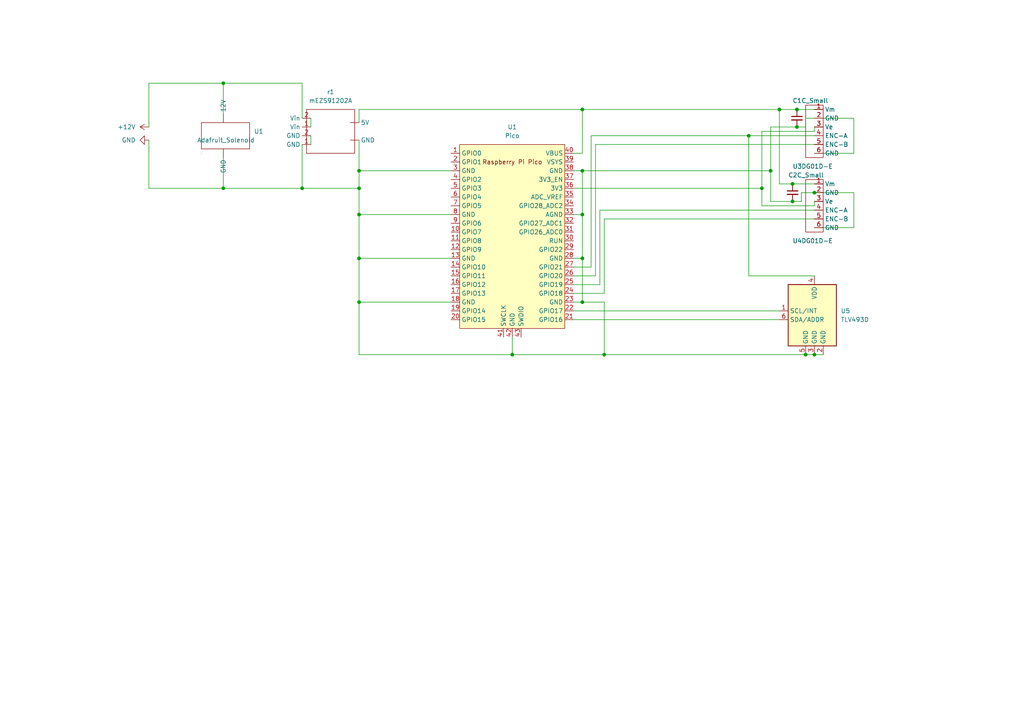
<source format=kicad_sch>
(kicad_sch (version 20211123) (generator eeschema)
  (paper "A4")
  (lib_symbols
    (symbol "Custom Parts:Adafruit_Solenoid"
      (property "Reference" "U" (at 0 0 0))
      (property "Value" "Adafruit_Solenoid" (at 0 0 0))
      (symbol "Adafruit_Solenoid_0_1"
        (rectangle (start -6.35 10.16) (end -6.35 10.16))
        (rectangle (start -6.35 19.05) (end 7.62 11.43))
      )
      (symbol "Adafruit_Solenoid_1_1"
        (pin output line (at 0 19.05 90) (length 2.54) (name "12V") (number ""))
        (pin output line (at 0 11.43 270) (length 2.54) (name "GND") (number ""))
      )
    )
    (symbol "Custom Parts:DG01D-E"
      (property "Reference" "U" (at 0 0 0))
      (property "Value" "DG01D-E" (at 0 0 0))
      (symbol "DG01D-E_0_1"
        (rectangle (start -2.54 17.78) (end 2.54 2.54))
      )
      (symbol "DG01D-E_1_1"
        (pin input line (at 0 16.51 0) (length 2.54) (name "Vm") (number "1"))
        (pin input line (at 0 13.97 0) (length 2.54) (name "GND") (number "2"))
        (pin input line (at 0 11.43 0) (length 2.54) (name "Ve") (number "3"))
        (pin input line (at 0 8.89 0) (length 2.54) (name "ENC-A") (number "4"))
        (pin input line (at 0 6.35 0) (length 2.54) (name "ENC-B") (number "5"))
        (pin input line (at 0 3.81 0) (length 2.54) (name "GND") (number "6"))
      )
    )
    (symbol "Custom Parts:mEZS91202A"
      (property "Reference" "r" (at 0 0 0))
      (property "Value" "mEZS91202A" (at 0 0 0))
      (symbol "mEZS91202A_0_1"
        (rectangle (start -6.35 15.24) (end 7.62 2.54))
      )
      (symbol "mEZS91202A_1_1"
        (pin output line (at 6.35 11.43 0) (length 2.54) (name "5V") (number ""))
        (pin output line (at 6.35 6.35 0) (length 2.54) (name "GND") (number ""))
        (pin input line (at -5.08 5.08 180) (length 2.54) (name "GND") (number "1"))
        (pin input line (at -5.08 10.16 180) (length 2.54) (name "Vin") (number "1"))
        (pin input line (at -5.08 7.62 180) (length 2.54) (name "GND") (number "2"))
        (pin input line (at -5.08 12.7 180) (length 2.54) (name "Vin") (number "2"))
      )
    )
    (symbol "Device:C_Small" (pin_numbers hide) (pin_names (offset 0.254) hide)
      (property "Reference" "C" (at 0.254 1.778 0))
      (property "Value" "C_Small" (at 0.254 -2.032 0))
      (symbol "C_Small_0_1"
        (polyline (pts (xy -1.524 -0.508) (xy 1.524 -0.508)) (stroke (width 0.3302)))
        (polyline (pts (xy -1.524 0.508) (xy 1.524 0.508)) (stroke (width 0.3048)))
      )
      (symbol "C_Small_1_1"
        (pin passive line (at 0 2.54 270) (length 2.032) (name "~") (number "1"))
        (pin passive line (at 0 -2.54 90) (length 2.032) (name "~") (number "2"))
      )
    )
    (symbol "MCU_RaspberryPi_and_Boards:Pico"
      (property "Reference" "U" (at -13.97 27.94 0))
      (property "Value" "Pico" (at 0 19.05 0))
      (symbol "Pico_0_0"
        (text "Raspberry Pi Pico" (at 0 21.59 0) (effects (font (size 1.27 1.27))))
      )
      (symbol "Pico_0_1"
        (rectangle (start -15.24 26.67) (end 15.24 -26.67) (fill (type background)))
      )
      (symbol "Pico_1_1"
        (pin bidirectional line (at -17.78 24.13 0) (length 2.54) (name "GPIO0") (number "1"))
        (pin bidirectional line (at -17.78 1.27 0) (length 2.54) (name "GPIO7") (number "10"))
        (pin bidirectional line (at -17.78 -1.27 0) (length 2.54) (name "GPIO8") (number "11"))
        (pin bidirectional line (at -17.78 -3.81 0) (length 2.54) (name "GPIO9") (number "12"))
        (pin power_in line (at -17.78 -6.35 0) (length 2.54) (name "GND") (number "13"))
        (pin bidirectional line (at -17.78 -8.89 0) (length 2.54) (name "GPIO10") (number "14"))
        (pin bidirectional line (at -17.78 -11.43 0) (length 2.54) (name "GPIO11") (number "15"))
        (pin bidirectional line (at -17.78 -13.97 0) (length 2.54) (name "GPIO12") (number "16"))
        (pin bidirectional line (at -17.78 -16.51 0) (length 2.54) (name "GPIO13") (number "17"))
        (pin power_in line (at -17.78 -19.05 0) (length 2.54) (name "GND") (number "18"))
        (pin bidirectional line (at -17.78 -21.59 0) (length 2.54) (name "GPIO14") (number "19"))
        (pin bidirectional line (at -17.78 21.59 0) (length 2.54) (name "GPIO1") (number "2"))
        (pin bidirectional line (at -17.78 -24.13 0) (length 2.54) (name "GPIO15") (number "20"))
        (pin bidirectional line (at 17.78 -24.13 180) (length 2.54) (name "GPIO16") (number "21"))
        (pin bidirectional line (at 17.78 -21.59 180) (length 2.54) (name "GPIO17") (number "22"))
        (pin power_in line (at 17.78 -19.05 180) (length 2.54) (name "GND") (number "23"))
        (pin bidirectional line (at 17.78 -16.51 180) (length 2.54) (name "GPIO18") (number "24"))
        (pin bidirectional line (at 17.78 -13.97 180) (length 2.54) (name "GPIO19") (number "25"))
        (pin bidirectional line (at 17.78 -11.43 180) (length 2.54) (name "GPIO20") (number "26"))
        (pin bidirectional line (at 17.78 -8.89 180) (length 2.54) (name "GPIO21") (number "27"))
        (pin power_in line (at 17.78 -6.35 180) (length 2.54) (name "GND") (number "28"))
        (pin bidirectional line (at 17.78 -3.81 180) (length 2.54) (name "GPIO22") (number "29"))
        (pin power_in line (at -17.78 19.05 0) (length 2.54) (name "GND") (number "3"))
        (pin input line (at 17.78 -1.27 180) (length 2.54) (name "RUN") (number "30"))
        (pin bidirectional line (at 17.78 1.27 180) (length 2.54) (name "GPIO26_ADC0") (number "31"))
        (pin bidirectional line (at 17.78 3.81 180) (length 2.54) (name "GPIO27_ADC1") (number "32"))
        (pin power_in line (at 17.78 6.35 180) (length 2.54) (name "AGND") (number "33"))
        (pin bidirectional line (at 17.78 8.89 180) (length 2.54) (name "GPIO28_ADC2") (number "34"))
        (pin power_in line (at 17.78 11.43 180) (length 2.54) (name "ADC_VREF") (number "35"))
        (pin power_in line (at 17.78 13.97 180) (length 2.54) (name "3V3") (number "36"))
        (pin input line (at 17.78 16.51 180) (length 2.54) (name "3V3_EN") (number "37"))
        (pin bidirectional line (at 17.78 19.05 180) (length 2.54) (name "GND") (number "38"))
        (pin power_in line (at 17.78 21.59 180) (length 2.54) (name "VSYS") (number "39"))
        (pin bidirectional line (at -17.78 16.51 0) (length 2.54) (name "GPIO2") (number "4"))
        (pin power_in line (at 17.78 24.13 180) (length 2.54) (name "VBUS") (number "40"))
        (pin input line (at -2.54 -29.21 90) (length 2.54) (name "SWCLK") (number "41"))
        (pin power_in line (at 0 -29.21 90) (length 2.54) (name "GND") (number "42"))
        (pin bidirectional line (at 2.54 -29.21 90) (length 2.54) (name "SWDIO") (number "43"))
        (pin bidirectional line (at -17.78 13.97 0) (length 2.54) (name "GPIO3") (number "5"))
        (pin bidirectional line (at -17.78 11.43 0) (length 2.54) (name "GPIO4") (number "6"))
        (pin bidirectional line (at -17.78 8.89 0) (length 2.54) (name "GPIO5") (number "7"))
        (pin power_in line (at -17.78 6.35 0) (length 2.54) (name "GND") (number "8"))
        (pin bidirectional line (at -17.78 3.81 0) (length 2.54) (name "GPIO6") (number "9"))
      )
    )
    (symbol "Sensor_Magnetic:TLV493D"
      (property "Reference" "U" (at -6.35 11.43 0))
      (property "Value" "TLV493D" (at 5.08 11.43 0))
      (symbol "TLV493D_0_1"
        (rectangle (start -7.62 10.16) (end 6.35 -7.62) (stroke (width 0.254)) (fill (type background)))
      )
      (symbol "TLV493D_1_1"
        (pin bidirectional line (at -10.16 2.54 0) (length 2.54) (name "SCL/INT") (number "1"))
        (pin power_in line (at 2.54 -10.16 90) (length 2.54) (name "GND") (number "2"))
        (pin power_in line (at 0 -10.16 90) (length 2.54) (name "GND") (number "3"))
        (pin power_in line (at 0 12.7 270) (length 2.54) (name "VDD") (number "4"))
        (pin power_in line (at -2.54 -10.16 90) (length 2.54) (name "GND") (number "5"))
        (pin bidirectional line (at -10.16 0 0) (length 2.54) (name "SDA/ADDR") (number "6"))
      )
    )
    (symbol "power:+12V" (power) (pin_names (offset 0))
      (property "Value" "+12V" (at 0 3.556 0))
      (symbol "+12V_0_1"
        (polyline (pts (xy -0.762 1.27) (xy 0 2.54)))
        (polyline (pts (xy 0 0) (xy 0 2.54)))
        (polyline (pts (xy 0 2.54) (xy 0.762 1.27)))
      )
      (symbol "+12V_1_1"
        (pin power_in line (at 0 0 90) (length 0) hide (name "+12V") (number "1"))
      )
    )
    (symbol "power:GND" (power) (pin_names (offset 0))
      (property "Value" "GND" (at 0 -3.81 0))
      (symbol "GND_0_1"
        (polyline (pts (xy 0 0) (xy 0 -1.27) (xy 1.27 -1.27) (xy 0 -2.54) (xy -1.27 -1.27) (xy 0 -1.27)))
      )
      (symbol "GND_1_1"
        (pin power_in line (at 0 0 270) (length 0) hide (name "GND") (number "1"))
      )
    )
  )
  (junction (at 233.68 102.87))
  (junction (at 168.91 87.63))
  (junction (at 64.77 24.13))
  (junction (at 223.52 49.53))
  (junction (at 104.14 62.23))
  (junction (at 104.14 74.93))
  (junction (at 148.59 102.87))
  (junction (at 231.14 36.83))
  (junction (at 231.14 31.75))
  (junction (at 64.77 54.61))
  (junction (at 236.22 102.87))
  (junction (at 168.91 62.23))
  (junction (at 217.17 39.37))
  (junction (at 168.91 74.93))
  (junction (at 168.91 49.53))
  (junction (at 104.14 49.53))
  (junction (at 168.91 31.75))
  (junction (at 104.14 87.63))
  (junction (at 229.87 58.42))
  (junction (at 236.22 55.88))
  (junction (at 229.87 53.34))
  (junction (at 87.63 54.61))
  (junction (at 104.14 54.61))
  (junction (at 175.26 102.87))
  (junction (at 220.98 54.61))
  (junction (at 226.06 31.75))
  (wire (pts (xy 173.99 82.55) (xy 166.37 82.55)))
  (wire (pts (xy 168.91 31.75) (xy 168.91 44.45)))
  (wire (pts (xy 220.98 59.69) (xy 236.22 59.69)))
  (wire (pts (xy 233.68 34.29) (xy 236.22 34.29)))
  (wire (pts (xy 232.41 55.88) (xy 236.22 55.88)))
  (wire (pts (xy 247.65 44.45) (xy 236.22 44.45)))
  (wire (pts (xy 223.52 58.42) (xy 229.87 58.42)))
  (wire (pts (xy 104.14 40.64) (xy 104.14 49.53)))
  (wire (pts (xy 236.22 60.96) (xy 173.99 60.96)))
  (wire (pts (xy 236.22 80.01) (xy 217.17 80.01)))
  (wire (pts (xy 104.14 74.93) (xy 104.14 62.23)))
  (wire (pts (xy 148.59 102.87) (xy 104.14 102.87)))
  (wire (pts (xy 236.22 41.91) (xy 172.72 41.91)))
  (wire (pts (xy 168.91 44.45) (xy 166.37 44.45)))
  (wire (pts (xy 226.06 31.75) (xy 226.06 53.34)))
  (wire (pts (xy 64.77 43.18) (xy 64.77 54.61)))
  (wire (pts (xy 229.87 53.34) (xy 236.22 53.34)))
  (wire (pts (xy 236.22 59.69) (xy 236.22 58.42)))
  (wire (pts (xy 236.22 38.1) (xy 236.22 36.83)))
  (wire (pts (xy 247.65 55.88) (xy 247.65 66.04)))
  (wire (pts (xy 166.37 87.63) (xy 168.91 87.63)))
  (wire (pts (xy 64.77 54.61) (xy 43.18 54.61)))
  (wire (pts (xy 130.81 62.23) (xy 104.14 62.23)))
  (wire (pts (xy 104.14 49.53) (xy 130.81 49.53)))
  (wire (pts (xy 168.91 49.53) (xy 223.52 49.53)))
  (wire (pts (xy 104.14 35.56) (xy 104.14 31.75)))
  (wire (pts (xy 171.45 39.37) (xy 171.45 77.47)))
  (wire (pts (xy 229.87 58.42) (xy 232.41 58.42)))
  (wire (pts (xy 104.14 62.23) (xy 104.14 54.61)))
  (wire (pts (xy 148.59 97.79) (xy 148.59 102.87)))
  (wire (pts (xy 166.37 74.93) (xy 168.91 74.93)))
  (wire (pts (xy 236.22 63.5) (xy 175.26 63.5)))
  (wire (pts (xy 166.37 49.53) (xy 168.91 49.53)))
  (wire (pts (xy 223.52 49.53) (xy 223.52 58.42)))
  (wire (pts (xy 226.06 31.75) (xy 231.14 31.75)))
  (wire (pts (xy 166.37 92.71) (xy 226.06 92.71)))
  (wire (pts (xy 104.14 49.53) (xy 104.14 54.61)))
  (wire (pts (xy 87.63 41.91) (xy 87.63 54.61)))
  (wire (pts (xy 166.37 90.17) (xy 226.06 90.17)))
  (wire (pts (xy 236.22 39.37) (xy 217.17 39.37)))
  (wire (pts (xy 130.81 87.63) (xy 104.14 87.63)))
  (wire (pts (xy 87.63 34.29) (xy 87.63 24.13)))
  (wire (pts (xy 148.59 102.87) (xy 175.26 102.87)))
  (wire (pts (xy 232.41 58.42) (xy 232.41 55.88)))
  (wire (pts (xy 168.91 62.23) (xy 168.91 74.93)))
  (wire (pts (xy 220.98 54.61) (xy 220.98 38.1)))
  (wire (pts (xy 175.26 85.09) (xy 166.37 85.09)))
  (wire (pts (xy 166.37 54.61) (xy 220.98 54.61)))
  (wire (pts (xy 223.52 49.53) (xy 223.52 36.83)))
  (wire (pts (xy 231.14 36.83) (xy 233.68 36.83)))
  (wire (pts (xy 166.37 62.23) (xy 168.91 62.23)))
  (wire (pts (xy 223.52 36.83) (xy 231.14 36.83)))
  (wire (pts (xy 104.14 54.61) (xy 87.63 54.61)))
  (wire (pts (xy 168.91 87.63) (xy 175.26 87.63)))
  (wire (pts (xy 237.49 34.29) (xy 247.65 34.29)))
  (wire (pts (xy 233.68 102.87) (xy 236.22 102.87)))
  (wire (pts (xy 231.14 31.75) (xy 236.22 31.75)))
  (wire (pts (xy 64.77 24.13) (xy 87.63 24.13)))
  (wire (pts (xy 104.14 31.75) (xy 168.91 31.75)))
  (wire (pts (xy 172.72 41.91) (xy 172.72 80.01)))
  (wire (pts (xy 43.18 40.64) (xy 43.18 54.61)))
  (wire (pts (xy 236.22 55.88) (xy 247.65 55.88)))
  (wire (pts (xy 247.65 34.29) (xy 247.65 44.45)))
  (wire (pts (xy 175.26 87.63) (xy 175.26 102.87)))
  (wire (pts (xy 104.14 102.87) (xy 104.14 87.63)))
  (wire (pts (xy 226.06 53.34) (xy 229.87 53.34)))
  (wire (pts (xy 171.45 77.47) (xy 166.37 77.47)))
  (wire (pts (xy 172.72 80.01) (xy 166.37 80.01)))
  (wire (pts (xy 168.91 31.75) (xy 226.06 31.75)))
  (wire (pts (xy 236.22 102.87) (xy 238.76 102.87)))
  (wire (pts (xy 220.98 54.61) (xy 220.98 59.69)))
  (wire (pts (xy 90.17 34.29) (xy 90.17 36.83)))
  (wire (pts (xy 87.63 54.61) (xy 64.77 54.61)))
  (wire (pts (xy 236.22 66.04) (xy 247.65 66.04)))
  (wire (pts (xy 175.26 63.5) (xy 175.26 85.09)))
  (wire (pts (xy 43.18 36.83) (xy 43.18 24.13)))
  (wire (pts (xy 168.91 49.53) (xy 168.91 62.23)))
  (wire (pts (xy 64.77 24.13) (xy 64.77 35.56)))
  (wire (pts (xy 90.17 39.37) (xy 90.17 41.91)))
  (wire (pts (xy 217.17 39.37) (xy 217.17 80.01)))
  (wire (pts (xy 104.14 87.63) (xy 104.14 74.93)))
  (wire (pts (xy 168.91 74.93) (xy 168.91 87.63)))
  (wire (pts (xy 175.26 102.87) (xy 233.68 102.87)))
  (wire (pts (xy 217.17 39.37) (xy 171.45 39.37)))
  (wire (pts (xy 220.98 38.1) (xy 236.22 38.1)))
  (wire (pts (xy 43.18 24.13) (xy 64.77 24.13)))
  (wire (pts (xy 130.81 74.93) (xy 104.14 74.93)))
  (wire (pts (xy 173.99 60.96) (xy 173.99 82.55)))
  (wire (pts (xy 233.68 36.83) (xy 233.68 34.29)))
  (symbol (lib_id "Device:C_Small") (at 231.14 34.29 0) (unit 1)
    (property "Reference" "C1" (at 229.87 29.21 0) (effects (justify left)))
    (property "Value" "C_Small" (at 232.41 29.21 0) (effects (justify left)))
  )
  (symbol (lib_id "MCU_RaspberryPi_and_Boards:Pico") (at 148.59 68.58 0) (unit 1)
    (property "Reference" "U1" (at 148.59 36.83 0))
    (property "Value" "Pico" (at 148.59 39.37 0))
    (property "Footprint" "RPi_Pico:RPi_Pico_SMD_TH" (effects hide))
  )
  (symbol (lib_id "Custom Parts:DG01D-E") (at 236.22 48.26 0) (unit 1)
    (property "Reference" "U3" (at 229.87 48.26 0) (effects (justify left)))
    (property "Value" "DG01D-E" (at 232.41 48.26 0) (effects (justify left)))
  )
  (symbol (lib_id "Device:C_Small") (at 229.87 55.88 0) (unit 1)
    (property "Reference" "C2" (at 228.6 50.8 0) (effects (justify left)))
    (property "Value" "C_Small" (at 231.14 50.8 0) (effects (justify left)))
  )
  (symbol (lib_id "power:+12V") (at 43.18 36.83 90) (unit 1)
    (property "Reference" "#PWR?" (effects hide))
    (property "Value" "+12V" (at 39.37 36.8299 90) (effects (justify left)))
  )
  (symbol (lib_id "power:GND") (at 43.18 40.64 270) (unit 1)
    (property "Reference" "#PWR?" (effects hide))
    (property "Value" "GND" (at 39.37 40.6399 90) (effects (justify right)))
  )
  (symbol (lib_id "Sensor_Magnetic:TLV493D") (at 236.22 92.71 0) (unit 1)
    (property "Reference" "U5" (at 243.84 90.1699 0) (effects (justify left)))
    (property "Value" "TLV493D" (at 243.84 92.7099 0) (effects (justify left)))
    (property "Footprint" "Package_TO_SOT_SMD:SOT-23-6" (effects hide))
    (property "Datasheet" "http://www.infineon.com/dgdl/Infineon-TLV493D-A1B6-DS-v01_00-EN.pdf?fileId=5546d462525dbac40152a6b85c760e80" (effects hide))
  )
  (symbol (lib_id "Custom Parts:Adafruit_Solenoid") (at 64.77 54.61 0) (unit 1)
    (property "Reference" "U1" (at 73.66 38.0999 0) (effects (justify left)))
    (property "Value" "Adafruit_Solenoid" (at 57.15 40.64 0) (effects (justify left)))
  )
  (symbol (lib_id "Custom Parts:mEZS91202A") (at 95.25 46.99 0) (unit 1)
    (property "Reference" "r1" (at 95.885 26.67 0))
    (property "Value" "mEZS91202A" (at 95.885 29.21 0))
  )
  (symbol (lib_id "Custom Parts:DG01D-E") (at 236.22 69.85 0) (unit 1)
    (property "Reference" "U4" (at 229.87 69.85 0) (effects (justify left)))
    (property "Value" "DG01D-E" (at 232.41 69.85 0) (effects (justify left)))
  )
)
</source>
